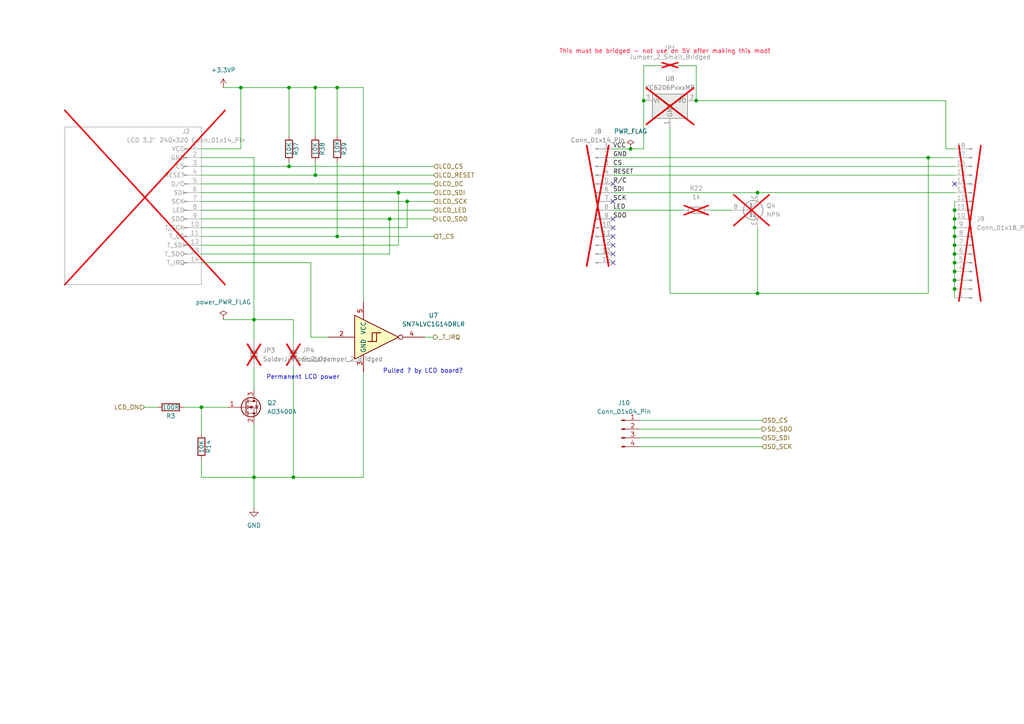
<source format=kicad_sch>
(kicad_sch (version 20250114) (generator "eeschema") (generator_version "9.0")
  (paper "A4")
  (title_block (title "l8"))
  (lib_symbols
    (symbol "74xGxx:SN74LVC1G14DRL"
      (property "Reference" "U" (at 0 3.81 0))
      (property "Value" "SN74LVC1G14DRL" (at 0 -3.81 0))
      (symbol "SN74LVC1G14DRL_0_1"
        (polyline (pts (xy -7.62 6.35) (xy -7.62 -6.35) (xy 5.08 0) (xy -7.62 6.35)) (stroke (width 0.254)) (fill (type background)))
      )
      (symbol "SN74LVC1G14DRL_1_1"
        (polyline (pts (xy -3.81 -1.27) (xy -1.27 -1.27) (xy -1.27 1.27)) (stroke (width 0.254)))
        (polyline (pts (xy -2.54 -1.27) (xy -2.54 1.27) (xy 0 1.27)) (stroke (width 0.254)))
        (pin input line (at -15.24 0 0) (length 7.62) (name "~") (number "2"))
        (pin no_connect line (at -7.62 5.08 180) (length 5.08) (hide yes) (name "NC") (number "1"))
        (pin power_in line (at -5.08 10.16 270) (length 5.08) (name "VCC") (number "5"))
        (pin power_in line (at -5.08 -10.16 90) (length 5.08) (name "GND") (number "3"))
        (pin output inverted (at 12.7 0 180) (length 7.62) (name "~") (number "4"))
      )
    )
    (symbol "Connector:Conn_01x04_Pin" (pin_names (offset 1.016) (hide yes))
      (property "Reference" "J" (at 0 5.08 0))
      (property "Value" "Conn_01x04_Pin" (at 0 -7.62 0))
      (symbol "Conn_01x04_Pin_1_1"
        (rectangle (start 0.8636 2.667) (end 0 2.413) (stroke (width 0.1524)) (fill (type outline)))
        (rectangle (start 0.8636 0.127) (end 0 -0.127) (stroke (width 0.1524)) (fill (type outline)))
        (rectangle (start 0.8636 -2.413) (end 0 -2.667) (stroke (width 0.1524)) (fill (type outline)))
        (rectangle (start 0.8636 -4.953) (end 0 -5.207) (stroke (width 0.1524)) (fill (type outline)))
        (polyline (pts (xy 1.27 2.54) (xy 0.8636 2.54)) (stroke (width 0.1524)))
        (polyline (pts (xy 1.27 0) (xy 0.8636 0)) (stroke (width 0.1524)))
        (polyline (pts (xy 1.27 -2.54) (xy 0.8636 -2.54)) (stroke (width 0.1524)))
        (polyline (pts (xy 1.27 -5.08) (xy 0.8636 -5.08)) (stroke (width 0.1524)))
        (pin passive line (at 5.08 2.54 180) (length 3.81) (name "Pin_1") (number "1"))
        (pin passive line (at 5.08 0 180) (length 3.81) (name "Pin_2") (number "2"))
        (pin passive line (at 5.08 -2.54 180) (length 3.81) (name "Pin_3") (number "3"))
        (pin passive line (at 5.08 -5.08 180) (length 3.81) (name "Pin_4") (number "4"))
      )
    )
    (symbol "Connector:Conn_01x14_Pin" (pin_names (offset 1.016) (hide yes))
      (property "Reference" "J" (at 0 17.78 0))
      (property "Value" "Conn_01x14_Pin" (at 0 -20.32 0))
      (symbol "Conn_01x14_Pin_1_1"
        (rectangle (start 0.8636 15.367) (end 0 15.113) (stroke (width 0.1524)) (fill (type outline)))
        (rectangle (start 0.8636 12.827) (end 0 12.573) (stroke (width 0.1524)) (fill (type outline)))
        (rectangle (start 0.8636 10.287) (end 0 10.033) (stroke (width 0.1524)) (fill (type outline)))
        (rectangle (start 0.8636 7.747) (end 0 7.493) (stroke (width 0.1524)) (fill (type outline)))
        (rectangle (start 0.8636 5.207) (end 0 4.953) (stroke (width 0.1524)) (fill (type outline)))
        (rectangle (start 0.8636 2.667) (end 0 2.413) (stroke (width 0.1524)) (fill (type outline)))
        (rectangle (start 0.8636 0.127) (end 0 -0.127) (stroke (width 0.1524)) (fill (type outline)))
        (rectangle (start 0.8636 -2.413) (end 0 -2.667) (stroke (width 0.1524)) (fill (type outline)))
        (rectangle (start 0.8636 -4.953) (end 0 -5.207) (stroke (width 0.1524)) (fill (type outline)))
        (rectangle (start 0.8636 -7.493) (end 0 -7.747) (stroke (width 0.1524)) (fill (type outline)))
        (rectangle (start 0.8636 -10.033) (end 0 -10.287) (stroke (width 0.1524)) (fill (type outline)))
        (rectangle (start 0.8636 -12.573) (end 0 -12.827) (stroke (width 0.1524)) (fill (type outline)))
        (rectangle (start 0.8636 -15.113) (end 0 -15.367) (stroke (width 0.1524)) (fill (type outline)))
        (rectangle (start 0.8636 -17.653) (end 0 -17.907) (stroke (width 0.1524)) (fill (type outline)))
        (polyline (pts (xy 1.27 15.24) (xy 0.8636 15.24)) (stroke (width 0.1524)))
        (polyline (pts (xy 1.27 12.7) (xy 0.8636 12.7)) (stroke (width 0.1524)))
        (polyline (pts (xy 1.27 10.16) (xy 0.8636 10.16)) (stroke (width 0.1524)))
        (polyline (pts (xy 1.27 7.62) (xy 0.8636 7.62)) (stroke (width 0.1524)))
        (polyline (pts (xy 1.27 5.08) (xy 0.8636 5.08)) (stroke (width 0.1524)))
        (polyline (pts (xy 1.27 2.54) (xy 0.8636 2.54)) (stroke (width 0.1524)))
        (polyline (pts (xy 1.27 0) (xy 0.8636 0)) (stroke (width 0.1524)))
        (polyline (pts (xy 1.27 -2.54) (xy 0.8636 -2.54)) (stroke (width 0.1524)))
        (polyline (pts (xy 1.27 -5.08) (xy 0.8636 -5.08)) (stroke (width 0.1524)))
        (polyline (pts (xy 1.27 -7.62) (xy 0.8636 -7.62)) (stroke (width 0.1524)))
        (polyline (pts (xy 1.27 -10.16) (xy 0.8636 -10.16)) (stroke (width 0.1524)))
        (polyline (pts (xy 1.27 -12.7) (xy 0.8636 -12.7)) (stroke (width 0.1524)))
        (polyline (pts (xy 1.27 -15.24) (xy 0.8636 -15.24)) (stroke (width 0.1524)))
        (polyline (pts (xy 1.27 -17.78) (xy 0.8636 -17.78)) (stroke (width 0.1524)))
        (pin passive line (at 5.08 15.24 180) (length 3.81) (name "Pin_1") (number "1"))
        (pin passive line (at 5.08 12.7 180) (length 3.81) (name "Pin_2") (number "2"))
        (pin passive line (at 5.08 10.16 180) (length 3.81) (name "Pin_3") (number "3"))
        (pin passive line (at 5.08 7.62 180) (length 3.81) (name "Pin_4") (number "4"))
        (pin passive line (at 5.08 5.08 180) (length 3.81) (name "Pin_5") (number "5"))
        (pin passive line (at 5.08 2.54 180) (length 3.81) (name "Pin_6") (number "6"))
        (pin passive line (at 5.08 0 180) (length 3.81) (name "Pin_7") (number "7"))
        (pin passive line (at 5.08 -2.54 180) (length 3.81) (name "Pin_8") (number "8"))
        (pin passive line (at 5.08 -5.08 180) (length 3.81) (name "Pin_9") (number "9"))
        (pin passive line (at 5.08 -7.62 180) (length 3.81) (name "Pin_10") (number "10"))
        (pin passive line (at 5.08 -10.16 180) (length 3.81) (name "Pin_11") (number "11"))
        (pin passive line (at 5.08 -12.7 180) (length 3.81) (name "Pin_12") (number "12"))
        (pin passive line (at 5.08 -15.24 180) (length 3.81) (name "Pin_13") (number "13"))
        (pin passive line (at 5.08 -17.78 180) (length 3.81) (name "Pin_14") (number "14"))
      )
    )
    (symbol "Connector:Conn_01x18_Pin" (pin_names (offset 1.016) (hide yes))
      (property "Reference" "J" (at 0 22.86 0))
      (property "Value" "Conn_01x18_Pin" (at 0 -25.4 0))
      (symbol "Conn_01x18_Pin_1_1"
        (rectangle (start 0.8636 20.447) (end 0 20.193) (stroke (width 0.1524)) (fill (type outline)))
        (rectangle (start 0.8636 17.907) (end 0 17.653) (stroke (width 0.1524)) (fill (type outline)))
        (rectangle (start 0.8636 15.367) (end 0 15.113) (stroke (width 0.1524)) (fill (type outline)))
        (rectangle (start 0.8636 12.827) (end 0 12.573) (stroke (width 0.1524)) (fill (type outline)))
        (rectangle (start 0.8636 10.287) (end 0 10.033) (stroke (width 0.1524)) (fill (type outline)))
        (rectangle (start 0.8636 7.747) (end 0 7.493) (stroke (width 0.1524)) (fill (type outline)))
        (rectangle (start 0.8636 5.207) (end 0 4.953) (stroke (width 0.1524)) (fill (type outline)))
        (rectangle (start 0.8636 2.667) (end 0 2.413) (stroke (width 0.1524)) (fill (type outline)))
        (rectangle (start 0.8636 0.127) (end 0 -0.127) (stroke (width 0.1524)) (fill (type outline)))
        (rectangle (start 0.8636 -2.413) (end 0 -2.667) (stroke (width 0.1524)) (fill (type outline)))
        (rectangle (start 0.8636 -4.953) (end 0 -5.207) (stroke (width 0.1524)) (fill (type outline)))
        (rectangle (start 0.8636 -7.493) (end 0 -7.747) (stroke (width 0.1524)) (fill (type outline)))
        (rectangle (start 0.8636 -10.033) (end 0 -10.287) (stroke (width 0.1524)) (fill (type outline)))
        (rectangle (start 0.8636 -12.573) (end 0 -12.827) (stroke (width 0.1524)) (fill (type outline)))
        (rectangle (start 0.8636 -15.113) (end 0 -15.367) (stroke (width 0.1524)) (fill (type outline)))
        (rectangle (start 0.8636 -17.653) (end 0 -17.907) (stroke (width 0.1524)) (fill (type outline)))
        (rectangle (start 0.8636 -20.193) (end 0 -20.447) (stroke (width 0.1524)) (fill (type outline)))
        (rectangle (start 0.8636 -22.733) (end 0 -22.987) (stroke (width 0.1524)) (fill (type outline)))
        (polyline (pts (xy 1.27 20.32) (xy 0.8636 20.32)) (stroke (width 0.1524)))
        (polyline (pts (xy 1.27 17.78) (xy 0.8636 17.78)) (stroke (width 0.1524)))
        (polyline (pts (xy 1.27 15.24) (xy 0.8636 15.24)) (stroke (width 0.1524)))
        (polyline (pts (xy 1.27 12.7) (xy 0.8636 12.7)) (stroke (width 0.1524)))
        (polyline (pts (xy 1.27 10.16) (xy 0.8636 10.16)) (stroke (width 0.1524)))
        (polyline (pts (xy 1.27 7.62) (xy 0.8636 7.62)) (stroke (width 0.1524)))
        (polyline (pts (xy 1.27 5.08) (xy 0.8636 5.08)) (stroke (width 0.1524)))
        (polyline (pts (xy 1.27 2.54) (xy 0.8636 2.54)) (stroke (width 0.1524)))
        (polyline (pts (xy 1.27 0) (xy 0.8636 0)) (stroke (width 0.1524)))
        (polyline (pts (xy 1.27 -2.54) (xy 0.8636 -2.54)) (stroke (width 0.1524)))
        (polyline (pts (xy 1.27 -5.08) (xy 0.8636 -5.08)) (stroke (width 0.1524)))
        (polyline (pts (xy 1.27 -7.62) (xy 0.8636 -7.62)) (stroke (width 0.1524)))
        (polyline (pts (xy 1.27 -10.16) (xy 0.8636 -10.16)) (stroke (width 0.1524)))
        (polyline (pts (xy 1.27 -12.7) (xy 0.8636 -12.7)) (stroke (width 0.1524)))
        (polyline (pts (xy 1.27 -15.24) (xy 0.8636 -15.24)) (stroke (width 0.1524)))
        (polyline (pts (xy 1.27 -17.78) (xy 0.8636 -17.78)) (stroke (width 0.1524)))
        (polyline (pts (xy 1.27 -20.32) (xy 0.8636 -20.32)) (stroke (width 0.1524)))
        (polyline (pts (xy 1.27 -22.86) (xy 0.8636 -22.86)) (stroke (width 0.1524)))
        (pin passive line (at 5.08 20.32 180) (length 3.81) (name "Pin_1") (number "1"))
        (pin passive line (at 5.08 17.78 180) (length 3.81) (name "Pin_2") (number "2"))
        (pin passive line (at 5.08 15.24 180) (length 3.81) (name "Pin_3") (number "3"))
        (pin passive line (at 5.08 12.7 180) (length 3.81) (name "Pin_4") (number "4"))
        (pin passive line (at 5.08 10.16 180) (length 3.81) (name "Pin_5") (number "5"))
        (pin passive line (at 5.08 7.62 180) (length 3.81) (name "Pin_6") (number "6"))
        (pin passive line (at 5.08 5.08 180) (length 3.81) (name "Pin_7") (number "7"))
        (pin passive line (at 5.08 2.54 180) (length 3.81) (name "Pin_8") (number "8"))
        (pin passive line (at 5.08 0 180) (length 3.81) (name "Pin_9") (number "9"))
        (pin passive line (at 5.08 -2.54 180) (length 3.81) (name "Pin_10") (number "10"))
        (pin passive line (at 5.08 -5.08 180) (length 3.81) (name "Pin_11") (number "11"))
        (pin passive line (at 5.08 -7.62 180) (length 3.81) (name "Pin_12") (number "12"))
        (pin passive line (at 5.08 -10.16 180) (length 3.81) (name "Pin_13") (number "13"))
        (pin passive line (at 5.08 -12.7 180) (length 3.81) (name "Pin_14") (number "14"))
        (pin passive line (at 5.08 -15.24 180) (length 3.81) (name "Pin_15") (number "15"))
        (pin passive line (at 5.08 -17.78 180) (length 3.81) (name "Pin_16") (number "16"))
        (pin passive line (at 5.08 -20.32 180) (length 3.81) (name "Pin_17") (number "17"))
        (pin passive line (at 5.08 -22.86 180) (length 3.81) (name "Pin_18") (number "18"))
      )
    )
    (symbol "Device:R" (pin_numbers (hide yes)) (pin_names (offset 0))
      (property "Reference" "R" (at 2.032 0 90))
      (property "Value" "R" (at 0 0 90))
      (symbol "R_0_1"
        (rectangle (start -1.016 -2.54) (end 1.016 2.54) (stroke (width 0.254)))
      )
      (symbol "R_1_1"
        (pin passive line (at 0 3.81 270) (length 1.27) (name "~") (number "1"))
        (pin passive line (at 0 -3.81 90) (length 1.27) (name "~") (number "2"))
      )
    )
    (symbol "Jumper:Jumper_2_Small_Bridged" (pin_numbers (hide yes)) (pin_names (offset 0) (hide yes)) (exclude_from_sim yes)
      (property "Reference" "JP" (at 0 2.032 0))
      (property "Value" "Jumper_2_Small_Bridged" (at 0 -2.286 0))
      (symbol "Jumper_2_Small_Bridged_0_0"
        (circle (center -1.016 0) (radius 0.254))
        (circle (center 1.016 0) (radius 0.254))
      )
      (symbol "Jumper_2_Small_Bridged_0_1"
        (arc (start -0.762 0.254) (mid 0 0.5696) (end 0.762 0.254))
      )
      (symbol "Jumper_2_Small_Bridged_1_1"
        (pin passive line (at -2.54 0 0) (length 1.27) (name "A") (number "1"))
        (pin passive line (at 2.54 0 180) (length 1.27) (name "B") (number "2"))
      )
    )
    (symbol "Jumper:SolderJumper_2_Bridged" (pin_numbers (hide yes)) (pin_names (offset 0) (hide yes)) (exclude_from_sim yes) (in_bom no)
      (property "Reference" "JP" (at 0 2.032 0))
      (property "Value" "SolderJumper_2_Bridged" (at 0 -2.54 0))
      (symbol "SolderJumper_2_Bridged_0_1"
        (rectangle (start -0.508 0.508) (end 0.508 -0.508) (fill (type outline)))
        (polyline (pts (xy -0.254 1.016) (xy -0.254 -1.016)))
        (arc (start -0.254 -1.016) (mid -1.2656 0) (end -0.254 1.016))
        (arc (start -0.254 -1.016) (mid -1.2656 0) (end -0.254 1.016) (fill (type outline)))
        (arc (start 0.254 1.016) (mid 1.2656 0) (end 0.254 -1.016))
        (arc (start 0.254 1.016) (mid 1.2656 0) (end 0.254 -1.016) (fill (type outline)))
        (polyline (pts (xy 0.254 1.016) (xy 0.254 -1.016)))
      )
      (symbol "SolderJumper_2_Bridged_1_1"
        (pin passive line (at -3.81 0 0) (length 2.54) (name "A") (number "1"))
        (pin passive line (at 3.81 0 180) (length 2.54) (name "B") (number "2"))
      )
    )
    (symbol "Jumper:SolderJumper_2_Open" (pin_numbers (hide yes)) (pin_names (offset 0) (hide yes)) (exclude_from_sim yes) (in_bom no)
      (property "Reference" "JP" (at 0 2.032 0))
      (property "Value" "SolderJumper_2_Open" (at 0 -2.54 0))
      (symbol "SolderJumper_2_Open_0_1"
        (polyline (pts (xy -0.254 1.016) (xy -0.254 -1.016)))
        (arc (start -0.254 -1.016) (mid -1.2656 0) (end -0.254 1.016))
        (arc (start -0.254 -1.016) (mid -1.2656 0) (end -0.254 1.016) (fill (type outline)))
        (arc (start 0.254 1.016) (mid 1.2656 0) (end 0.254 -1.016))
        (arc (start 0.254 1.016) (mid 1.2656 0) (end 0.254 -1.016) (fill (type outline)))
        (polyline (pts (xy 0.254 1.016) (xy 0.254 -1.016)))
      )
      (symbol "SolderJumper_2_Open_1_1"
        (pin passive line (at -3.81 0 0) (length 2.54) (name "A") (number "1"))
        (pin passive line (at 3.81 0 180) (length 2.54) (name "B") (number "2"))
      )
    )
    (symbol "PCM_SL_Resistors:1k"
      (property "Reference" "R" (at 0 5.08 0))
      (property "Value" "1k" (at 0 2.54 0))
      (symbol "1k_0_1"
        (rectangle (start -2.286 0.889) (end 2.286 -0.889) (stroke (width 0.24)))
      )
      (symbol "1k_1_1"
        (pin passive line (at -3.81 0 0) (length 1.5) (name "") (number "1"))
        (pin passive line (at 3.81 0 180) (length 1.5) (name "~") (number "2"))
      )
    )
    (symbol "Regulator_Linear:XC6206PxxxMR" (pin_names (offset 0.254))
      (property "Reference" "U" (at -3.81 3.175 0))
      (property "Value" "XC6206PxxxMR" (at 0 3.175 0))
      (symbol "XC6206PxxxMR_0_1"
        (rectangle (start -5.08 1.905) (end 5.08 -5.08) (stroke (width 0.254)) (fill (type background)))
      )
      (symbol "XC6206PxxxMR_1_1"
        (pin power_in line (at -7.62 0 0) (length 2.54) (name "VI") (number "3"))
        (pin power_in line (at 0 -7.62 90) (length 2.54) (name "GND") (number "1"))
        (pin power_out line (at 7.62 0 180) (length 2.54) (name "VO") (number "2"))
      )
    )
    (symbol "Simulation_SPICE:NPN" (pin_numbers (hide yes)) (pin_names (offset 0))
      (property "Reference" "Q" (at -2.54 7.62 0))
      (property "Value" "NPN" (at -2.54 5.08 0))
      (symbol "NPN_0_1"
        (polyline (pts (xy -2.54 0) (xy 0.635 0)) (stroke (width 0.1524)))
        (polyline (pts (xy 0.635 1.905) (xy 0.635 -1.905) (xy 0.635 -1.905)) (stroke (width 0.508)))
        (polyline (pts (xy 0.635 0.635) (xy 2.54 2.54)))
        (polyline (pts (xy 0.635 -0.635) (xy 2.54 -2.54) (xy 2.54 -2.54)))
        (circle (center 1.27 0) (radius 2.8194) (stroke (width 0.254)))
        (polyline (pts (xy 1.27 -1.778) (xy 1.778 -1.27) (xy 2.286 -2.286) (xy 1.27 -1.778) (xy 1.27 -1.778)) (fill (type outline)))
        (polyline (pts (xy 2.794 -1.27) (xy 2.794 -1.27)) (stroke (width 0.1524)))
        (polyline (pts (xy 2.794 -1.27) (xy 2.794 -1.27)) (stroke (width 0.1524)))
      )
      (symbol "NPN_1_1"
        (pin input line (at -5.08 0 0) (length 2.54) (name "B") (number "2"))
        (pin open_collector line (at 2.54 5.08 270) (length 2.54) (name "C") (number "1"))
        (pin open_emitter line (at 2.54 -5.08 90) (length 2.54) (name "E") (number "3"))
      )
    )
    (symbol "dnt:AO3400A" (pin_names (hide yes))
      (property "Reference" "Q" (at 5.08 1.905 0))
      (property "Value" "AO3400A" (at 5.08 0 0))
      (symbol "AO3400A_0_1"
        (polyline (pts (xy 0.254 1.905) (xy 0.254 -1.905)) (stroke (width 0.254)))
        (polyline (pts (xy 0.254 0) (xy -2.54 0)))
        (polyline (pts (xy 0.762 2.286) (xy 0.762 1.27)) (stroke (width 0.254)))
        (polyline (pts (xy 0.762 0.508) (xy 0.762 -0.508)) (stroke (width 0.254)))
        (polyline (pts (xy 0.762 -1.27) (xy 0.762 -2.286)) (stroke (width 0.254)))
        (polyline (pts (xy 0.762 -1.778) (xy 3.302 -1.778) (xy 3.302 1.778) (xy 0.762 1.778)))
        (polyline (pts (xy 1.016 0) (xy 2.032 0.381) (xy 2.032 -0.381) (xy 1.016 0)) (fill (type outline)))
        (circle (center 1.651 0) (radius 2.794) (stroke (width 0.254)))
        (polyline (pts (xy 2.54 2.54) (xy 2.54 1.778)))
        (circle (center 2.54 1.778) (radius 0.254) (fill (type outline)))
        (circle (center 2.54 -1.778) (radius 0.254) (fill (type outline)))
        (polyline (pts (xy 2.54 -2.54) (xy 2.54 0) (xy 0.762 0)))
        (polyline (pts (xy 2.794 0.508) (xy 2.921 0.381) (xy 3.683 0.381) (xy 3.81 0.254)))
        (polyline (pts (xy 3.302 0.381) (xy 2.921 -0.254) (xy 3.683 -0.254) (xy 3.302 0.381)))
      )
      (symbol "AO3400A_1_1"
        (pin input line (at -5.08 0 0) (length 2.54) (name "G") (number "1"))
        (pin passive line (at 2.54 5.08 270) (length 2.54) (name "D") (number "3"))
        (pin passive line (at 2.54 -5.08 90) (length 2.54) (name "S") (number "2"))
      )
    )
    (symbol "dnt:LCD 3.2{dblquote} 240x320 Conn_01x14_Pin" (pin_names (offset 1.016))
      (property "Reference" "J" (at 0 17.78 0))
      (property "Value" "LCD 3.2\" 240x320 Conn_01x14_Pin" (at -14.224 -21.082 0))
      (symbol "LCD 3.2{dblquote} 240x320 Conn_01x14_Pin_0_1"
        (rectangle (start -34.544 21.59) (end 5.08 -24.13))
        (rectangle (start 11.938 26.416) (end 11.938 26.416))
        (rectangle (start 11.938 26.416) (end 11.938 26.416))
      )
      (symbol "LCD 3.2{dblquote} 240x320 Conn_01x14_Pin_1_1"
        (rectangle (start 0.8636 15.367) (end 0 15.113) (stroke (width 0.1524)) (fill (type outline)))
        (rectangle (start 0.8636 12.827) (end 0 12.573) (stroke (width 0.1524)) (fill (type outline)))
        (rectangle (start 0.8636 10.287) (end 0 10.033) (stroke (width 0.1524)) (fill (type outline)))
        (rectangle (start 0.8636 7.747) (end 0 7.493) (stroke (width 0.1524)) (fill (type outline)))
        (rectangle (start 0.8636 5.207) (end 0 4.953) (stroke (width 0.1524)) (fill (type outline)))
        (rectangle (start 0.8636 2.667) (end 0 2.413) (stroke (width 0.1524)) (fill (type outline)))
        (rectangle (start 0.8636 0.127) (end 0 -0.127) (stroke (width 0.1524)) (fill (type outline)))
        (rectangle (start 0.8636 -2.413) (end 0 -2.667) (stroke (width 0.1524)) (fill (type outline)))
        (rectangle (start 0.8636 -4.953) (end 0 -5.207) (stroke (width 0.1524)) (fill (type outline)))
        (rectangle (start 0.8636 -7.493) (end 0 -7.747) (stroke (width 0.1524)) (fill (type outline)))
        (rectangle (start 0.8636 -10.033) (end 0 -10.287) (stroke (width 0.1524)) (fill (type outline)))
        (rectangle (start 0.8636 -12.573) (end 0 -12.827) (stroke (width 0.1524)) (fill (type outline)))
        (rectangle (start 0.8636 -15.113) (end 0 -15.367) (stroke (width 0.1524)) (fill (type outline)))
        (rectangle (start 0.8636 -17.653) (end 0 -17.907) (stroke (width 0.1524)) (fill (type outline)))
        (polyline (pts (xy 1.27 15.24) (xy 0.8636 15.24)) (stroke (width 0.1524)))
        (polyline (pts (xy 1.27 12.7) (xy 0.8636 12.7)) (stroke (width 0.1524)))
        (polyline (pts (xy 1.27 10.16) (xy 0.8636 10.16)) (stroke (width 0.1524)))
        (polyline (pts (xy 1.27 7.62) (xy 0.8636 7.62)) (stroke (width 0.1524)))
        (polyline (pts (xy 1.27 5.08) (xy 0.8636 5.08)) (stroke (width 0.1524)))
        (polyline (pts (xy 1.27 2.54) (xy 0.8636 2.54)) (stroke (width 0.1524)))
        (polyline (pts (xy 1.27 0) (xy 0.8636 0)) (stroke (width 0.1524)))
        (polyline (pts (xy 1.27 -2.54) (xy 0.8636 -2.54)) (stroke (width 0.1524)))
        (polyline (pts (xy 1.27 -5.08) (xy 0.8636 -5.08)) (stroke (width 0.1524)))
        (polyline (pts (xy 1.27 -7.62) (xy 0.8636 -7.62)) (stroke (width 0.1524)))
        (polyline (pts (xy 1.27 -10.16) (xy 0.8636 -10.16)) (stroke (width 0.1524)))
        (polyline (pts (xy 1.27 -12.7) (xy 0.8636 -12.7)) (stroke (width 0.1524)))
        (polyline (pts (xy 1.27 -15.24) (xy 0.8636 -15.24)) (stroke (width 0.1524)))
        (polyline (pts (xy 1.27 -17.78) (xy 0.8636 -17.78)) (stroke (width 0.1524)))
        (pin power_in line (at 5.08 15.24 180) (length 3.81) (name "VCC") (number "1"))
        (pin power_in line (at 5.08 12.7 180) (length 3.81) (name "GND") (number "2"))
        (pin input line (at 5.08 10.16 180) (length 3.81) (name "CS") (number "3"))
        (pin input line (at 5.08 7.62 180) (length 3.81) (name "RESET") (number "4"))
        (pin input line (at 5.08 5.08 180) (length 3.81) (name "D/C") (number "5"))
        (pin input line (at 5.08 2.54 180) (length 3.81) (name "SDI") (number "6"))
        (pin input line (at 5.08 0 180) (length 3.81) (name "SCK") (number "7"))
        (pin input line (at 5.08 -2.54 180) (length 3.81) (name "LED") (number "8"))
        (pin tri_state line (at 5.08 -5.08 180) (length 3.81) (name "SDO") (number "9"))
        (pin input line (at 5.08 -7.62 180) (length 3.81) (name "T_SCK") (number "10"))
        (pin input line (at 5.08 -10.16 180) (length 3.81) (name "T_CS") (number "11"))
        (pin input line (at 5.08 -12.7 180) (length 3.81) (name "T_SDI") (number "12"))
        (pin tri_state line (at 5.08 -15.24 180) (length 3.81) (name "T_SDO") (number "13"))
        (pin output line (at 5.08 -17.78 180) (length 3.81) (name "T_IRQ") (number "14"))
      )
    )
    (symbol "power:+3.3VP" (power) (pin_numbers (hide yes)) (pin_names (offset 0) (hide yes))
      (property "Value" "+3.3VP" (at 0 3.556 0))
      (symbol "+3.3VP_0_0"
        (pin power_in line (at 0 0 90) (length 0) (name "~") (number "1"))
      )
      (symbol "+3.3VP_0_1"
        (polyline (pts (xy -0.762 1.27) (xy 0 2.54)))
        (polyline (pts (xy 0 2.54) (xy 0.762 1.27)))
        (polyline (pts (xy 0 0) (xy 0 2.54)))
      )
    )
    (symbol "power:GND" (power) (pin_numbers (hide yes)) (pin_names (offset 0) (hide yes))
      (property "Value" "GND" (at 0 -3.81 0))
      (symbol "GND_0_1"
        (polyline (pts (xy 0 0) (xy 0 -1.27) (xy 1.27 -1.27) (xy 0 -2.54) (xy -1.27 -1.27) (xy 0 -1.27)))
      )
      (symbol "GND_1_1"
        (pin power_in line (at 0 0 270) (length 0) (name "~") (number "1"))
      )
    )
    (symbol "power:PWR_FLAG" (power) (pin_numbers (hide yes)) (pin_names (offset 0) (hide yes))
      (property "Value" "PWR_FLAG" (at 0 3.81 0))
      (symbol "PWR_FLAG_0_0"
        (pin power_out line (at 0 0 90) (length 0) (name "~") (number "1"))
      )
      (symbol "PWR_FLAG_0_1"
        (polyline (pts (xy 0 0) (xy 0 1.27) (xy -1.016 1.905) (xy 0 2.54) (xy 1.016 1.905) (xy 0 1.27)))
      )
    )
  )
  (text "Pulled ? by LCD board?" (at 122.682 107.696 0) (effects (font (size 1.27 1.27))))
  (text "Permanent LCD power" (at 87.884 109.474 0) (effects (font (size 1.27 1.27))))
  (text "This must be bridged - not use on 5V after making this mod!" (at 192.786 14.986 0) (effects (font (size 1.27 1.27))))
  (text_box "possible CTP wil be i2c - provide provision\n\n1.3.3V\n2 GND \n3 Chip select - PB1\n4 Reset - PB10\n\nconnect 2mm from top edge centered \n\nDimensions \n  width 55.5mm 89.5 \n  holes 3.3 mm D  \n  		83.5mm  x 49.0mm\n        x3.25 and 52.25 mm\n		y (89.5 /2) - (83.5 /2) = 3 \n\n89.5\n" (at 313.69 27.94 0) (size 105.41 111.76) (margins 0.9525 0.9525 0.9525 0.9525) (effects (font (size 1.27 1.27)) (justify left top)))
  (junction (at 276.86 76.2))
  (junction (at 276.86 78.74))
  (junction (at 276.86 83.82))
  (junction (at 276.86 60.96))
  (junction (at 186.69 29.21))
  (junction (at 97.79 25.4))
  (junction (at 115.57 55.88))
  (junction (at 276.86 81.28))
  (junction (at 276.86 73.66))
  (junction (at 91.44 25.4))
  (junction (at 73.66 92.71))
  (junction (at 269.24 45.72))
  (junction (at 219.71 55.88))
  (junction (at 58.42 118.11))
  (junction (at 69.85 25.4))
  (junction (at 97.79 68.58))
  (junction (at 182.88 43.18))
  (junction (at 219.71 85.09))
  (junction (at 91.44 50.8))
  (junction (at 83.82 25.4))
  (junction (at 113.03 63.5))
  (junction (at 276.86 68.58))
  (junction (at 118.11 58.42))
  (junction (at 276.86 66.04))
  (junction (at 276.86 71.12))
  (junction (at 73.66 138.43))
  (junction (at 276.86 63.5))
  (junction (at 83.82 48.26))
  (junction (at 85.09 138.43))
  (junction (at 201.93 29.21))
  (no_connect (at 177.8 63.5))
  (no_connect (at 177.8 68.58))
  (no_connect (at 177.8 53.34))
  (no_connect (at 276.86 53.34))
  (no_connect (at 177.8 73.66))
  (no_connect (at 177.8 66.04))
  (no_connect (at 177.8 76.2))
  (no_connect (at 177.8 71.12))
  (no_connect (at 177.8 58.42))
  (wire (pts (xy 83.82 46.99) (xy 83.82 48.26)))
  (wire (pts (xy 58.42 58.42) (xy 118.11 58.42)))
  (wire (pts (xy 105.41 25.4) (xy 105.41 87.63)))
  (wire (pts (xy 186.69 29.21) (xy 186.69 43.18)))
  (wire (pts (xy 177.8 43.18) (xy 182.88 43.18)))
  (wire (pts (xy 185.42 129.54) (xy 220.98 129.54)))
  (wire (pts (xy 58.42 43.18) (xy 69.85 43.18)))
  (wire (pts (xy 177.8 50.8) (xy 276.86 50.8)))
  (wire (pts (xy 83.82 39.37) (xy 83.82 25.4)))
  (wire (pts (xy 219.71 55.88) (xy 276.86 55.88)))
  (wire (pts (xy 274.32 43.18) (xy 276.86 43.18)))
  (wire (pts (xy 85.09 138.43) (xy 105.41 138.43)))
  (wire (pts (xy 58.42 48.26) (xy 83.82 48.26)))
  (wire (pts (xy 83.82 25.4) (xy 91.44 25.4)))
  (wire (pts (xy 95.25 97.79) (xy 90.17 97.79)))
  (wire (pts (xy 276.86 58.42) (xy 276.86 60.96)))
  (wire (pts (xy 58.42 68.58) (xy 97.79 68.58)))
  (wire (pts (xy 276.86 76.2) (xy 276.86 78.74)))
  (wire (pts (xy 185.42 127) (xy 220.98 127)))
  (wire (pts (xy 58.42 55.88) (xy 115.57 55.88)))
  (wire (pts (xy 73.66 123.19) (xy 73.66 138.43)))
  (wire (pts (xy 177.8 55.88) (xy 219.71 55.88)))
  (wire (pts (xy 118.11 58.42) (xy 125.73 58.42)))
  (wire (pts (xy 276.86 78.74) (xy 276.86 81.28)))
  (wire (pts (xy 64.77 92.71) (xy 73.66 92.71)))
  (wire (pts (xy 83.82 48.26) (xy 125.73 48.26)))
  (wire (pts (xy 53.34 118.11) (xy 58.42 118.11)))
  (wire (pts (xy 194.31 85.09) (xy 219.71 85.09)))
  (wire (pts (xy 90.17 76.2) (xy 90.17 97.79)))
  (wire (pts (xy 73.66 92.71) (xy 73.66 99.06)))
  (wire (pts (xy 276.86 68.58) (xy 276.86 71.12)))
  (wire (pts (xy 85.09 92.71) (xy 85.09 99.06)))
  (wire (pts (xy 73.66 45.72) (xy 73.66 92.71)))
  (wire (pts (xy 118.11 66.04) (xy 118.11 58.42)))
  (wire (pts (xy 105.41 138.43) (xy 105.41 107.95)))
  (wire (pts (xy 91.44 46.99) (xy 91.44 50.8)))
  (wire (pts (xy 97.79 46.99) (xy 97.79 68.58)))
  (wire (pts (xy 58.42 63.5) (xy 113.03 63.5)))
  (wire (pts (xy 205.74 60.96) (xy 212.09 60.96)))
  (wire (pts (xy 73.66 147.32) (xy 73.66 138.43)))
  (wire (pts (xy 90.17 76.2) (xy 58.42 76.2)))
  (wire (pts (xy 177.8 45.72) (xy 269.24 45.72)))
  (wire (pts (xy 185.42 124.46) (xy 220.98 124.46)))
  (wire (pts (xy 58.42 53.34) (xy 125.73 53.34)))
  (wire (pts (xy 269.24 45.72) (xy 276.86 45.72)))
  (wire (pts (xy 66.04 118.11) (xy 58.42 118.11)))
  (wire (pts (xy 58.42 71.12) (xy 115.57 71.12)))
  (wire (pts (xy 58.42 73.66) (xy 113.03 73.66)))
  (wire (pts (xy 276.86 83.82) (xy 276.86 86.36)))
  (wire (pts (xy 73.66 45.72) (xy 58.42 45.72)))
  (wire (pts (xy 196.85 19.05) (xy 201.93 19.05)))
  (wire (pts (xy 177.8 48.26) (xy 276.86 48.26)))
  (wire (pts (xy 201.93 29.21) (xy 274.32 29.21)))
  (wire (pts (xy 73.66 138.43) (xy 85.09 138.43)))
  (wire (pts (xy 58.42 118.11) (xy 58.42 125.73)))
  (wire (pts (xy 91.44 25.4) (xy 91.44 39.37)))
  (wire (pts (xy 276.86 71.12) (xy 276.86 73.66)))
  (wire (pts (xy 276.86 66.04) (xy 276.86 68.58)))
  (wire (pts (xy 69.85 25.4) (xy 69.85 43.18)))
  (wire (pts (xy 97.79 68.58) (xy 125.73 68.58)))
  (wire (pts (xy 276.86 63.5) (xy 276.86 66.04)))
  (wire (pts (xy 201.93 19.05) (xy 201.93 29.21)))
  (wire (pts (xy 58.42 60.96) (xy 125.73 60.96)))
  (wire (pts (xy 85.09 92.71) (xy 73.66 92.71)))
  (wire (pts (xy 85.09 106.68) (xy 85.09 138.43)))
  (wire (pts (xy 69.85 25.4) (xy 83.82 25.4)))
  (wire (pts (xy 186.69 19.05) (xy 186.69 29.21)))
  (wire (pts (xy 276.86 81.28) (xy 276.86 83.82)))
  (wire (pts (xy 115.57 55.88) (xy 115.57 71.12)))
  (wire (pts (xy 58.42 50.8) (xy 91.44 50.8)))
  (wire (pts (xy 58.42 138.43) (xy 58.42 133.35)))
  (wire (pts (xy 219.71 66.04) (xy 219.71 85.09)))
  (wire (pts (xy 219.71 85.09) (xy 269.24 85.09)))
  (wire (pts (xy 182.88 43.18) (xy 186.69 43.18)))
  (wire (pts (xy 113.03 63.5) (xy 113.03 73.66)))
  (wire (pts (xy 276.86 73.66) (xy 276.86 76.2)))
  (wire (pts (xy 64.77 25.4) (xy 69.85 25.4)))
  (wire (pts (xy 97.79 39.37) (xy 97.79 25.4)))
  (wire (pts (xy 97.79 25.4) (xy 91.44 25.4)))
  (wire (pts (xy 185.42 121.92) (xy 220.98 121.92)))
  (wire (pts (xy 91.44 50.8) (xy 125.73 50.8)))
  (wire (pts (xy 73.66 106.68) (xy 73.66 113.03)))
  (wire (pts (xy 274.32 29.21) (xy 274.32 43.18)))
  (wire (pts (xy 269.24 45.72) (xy 269.24 85.09)))
  (wire (pts (xy 97.79 25.4) (xy 105.41 25.4)))
  (wire (pts (xy 194.31 36.83) (xy 194.31 85.09)))
  (wire (pts (xy 276.86 60.96) (xy 276.86 63.5)))
  (wire (pts (xy 115.57 55.88) (xy 125.73 55.88)))
  (wire (pts (xy 191.77 19.05) (xy 186.69 19.05)))
  (wire (pts (xy 123.19 97.79) (xy 125.73 97.79)))
  (wire (pts (xy 41.91 118.11) (xy 45.72 118.11)))
  (wire (pts (xy 58.42 138.43) (xy 73.66 138.43)))
  (wire (pts (xy 177.8 60.96) (xy 198.12 60.96)))
  (wire (pts (xy 113.03 63.5) (xy 125.73 63.5)))
  (wire (pts (xy 58.42 66.04) (xy 118.11 66.04)))
  (label "SDI" (at 177.8 55.88 0))
  (label "SCK" (at 177.8 58.42 0))
  (label "GND" (at 177.8 45.72 0))
  (label "R{slash}C" (at 177.8 53.34 0))
  (label "RESET" (at 177.8 50.8 0))
  (label "SDO" (at 177.8 63.5 0))
  (label "LED" (at 177.8 60.96 0))
  (label "VCC" (at 177.8 43.18 0))
  (label "CS" (at 177.8 48.26 0))
  (hierarchical_label "LCD_SDI" (shape input) (at 125.73 55.88 0))
  (hierarchical_label "LCD_LED" (shape input) (at 125.73 60.96 0))
  (hierarchical_label "T_CS" (shape input) (at 125.73 68.58 0))
  (hierarchical_label "LCD_ON" (shape input) (at 41.91 118.11 180))
  (hierarchical_label "_T_IRQ" (shape output) (at 125.73 97.79 0))
  (hierarchical_label "LCD_DC" (shape input) (at 125.73 53.34 0))
  (hierarchical_label "LCD_SDO" (shape output) (at 125.73 63.5 0))
  (hierarchical_label "SD_SDI" (shape input) (at 220.98 127 0))
  (hierarchical_label "LCD_SCK" (shape input) (at 125.73 58.42 0))
  (hierarchical_label "SD_SDO" (shape output) (at 220.98 124.46 0))
  (hierarchical_label "LCD_RESET" (shape input) (at 125.73 50.8 0))
  (hierarchical_label "SD_SCK" (shape input) (at 220.98 129.54 0))
  (hierarchical_label "SD_CS" (shape input) (at 220.98 121.92 0))
  (hierarchical_label "LCD_CS" (shape input) (at 125.73 48.26 0))
  (symbol (lib_id "Connector:Conn_01x18_Pin") (at 281.94 66.04 180) (unit 1) (exclude_from_sim yes) (in_bom no) (on_board no) (dnp yes)
    (property "Reference" "J9" (at 283.21 63.4999 0) (effects (justify right)))
    (property "Value" "Conn_01x18_Pin" (at 283.21 66.0399 0) (effects (justify right)))
    (property "Footprint" "Connector_FFC-FPC:TE_1-84953-8_1x18-1MP_P1.0mm_Horizontal" (effects (hide yes)))
    (property "Description" "Generic connector, single row, 01x18, script generated" (effects (hide yes)))
  )
  (symbol (lib_id "power:GND") (at 73.66 147.32 0) (unit 1)
    (property "Reference" "#PWR029" (effects (hide yes)))
    (property "Value" "GND" (at 73.66 152.4 0))
    (property "Description" "Power symbol creates a global label with name \"GND\" , ground" (effects (hide yes)))
  )
  (symbol (lib_id "Connector:Conn_01x14_Pin") (at 172.72 58.42 0) (unit 1) (on_board no) (dnp yes)
    (property "Reference" "J8" (at 173.355 38.1 0))
    (property "Value" "Conn_01x14_Pin" (at 173.355 40.64 0))
    (property "Description" "Generic connector, single row, 01x14, script generated" (effects (hide yes)))
  )
  (symbol (lib_id "Device:R") (at 97.79 43.18 0) (mirror x) (unit 1)
    (property "Reference" "R39" (at 99.822 43.18 90))
    (property "Value" "10K" (at 97.79 42.672 90))
    (property "Footprint" "Resistor_SMD:R_0603_1608Metric" (effects (hide yes)))
    (property "Description" "Resistor" (effects (hide yes)))
    (property "LCSC" "C25804" (effects (hide yes)))
  )
  (symbol (lib_id "Regulator_Linear:XC6206PxxxMR") (at 194.31 29.21 0) (unit 1) (on_board no) (dnp yes)
    (property "Reference" "U8" (at 194.31 22.86 0))
    (property "Value" "XC6206PxxxMR" (at 194.31 25.4 0))
    (property "Footprint" "Package_TO_SOT_SMD:SOT-23-3" (effects (hide yes)))
    (property "Datasheet" "https://www.torexsemi.com/file/xc6206/XC6206.pdf" (effects (hide yes)))
    (property "Description" "Positive 60-250mA Low Dropout Regulator, Fixed Output, SOT-23" (effects (hide yes)))
  )
  (symbol (lib_id "Jumper:SolderJumper_2_Bridged") (at 85.09 102.87 90) (unit 1) (exclude_from_sim yes) (in_bom no) (dnp yes)
    (property "Reference" "JP4" (at 87.63 101.5999 90) (effects (justify right)))
    (property "Value" "SolderJumper_2_Bridged" (at 87.63 104.1399 90) (effects (justify right)))
    (property "Footprint" "Jumper:SolderJumper-2_P1.3mm_Open_TrianglePad1.0x1.5mm" (effects (hide yes)))
    (property "Description" "Solder Jumper, 2-pole, closed/bridged" (effects (hide yes)))
  )
  (symbol (lib_id "Device:R") (at 49.53 118.11 270) (unit 1)
    (property "Reference" "R3" (at 49.53 120.65 90))
    (property "Value" "100R" (at 49.53 118.11 90))
    (property "Footprint" "Resistor_SMD:R_0603_1608Metric" (effects (hide yes)))
    (property "Description" "Resistor" (effects (hide yes)))
    (property "LCSC" "C22775" (effects (hide yes)))
  )
  (symbol (lib_id "PCM_SL_Resistors:1k") (at 201.93 60.96 0) (unit 1) (on_board no) (dnp yes)
    (property "Reference" "R22" (at 201.93 54.61 0))
    (property "Value" "1k" (at 201.93 57.15 0))
    (property "Footprint" "Resistor_THT:R_Axial_DIN0207_L6.3mm_D2.5mm_P10.16mm_Horizontal" (effects (hide yes)))
    (property "Description" "1kΩ, 1/4W Resistor" (effects (hide yes)))
  )
  (symbol (lib_id "Device:R") (at 91.44 43.18 0) (mirror x) (unit 1)
    (property "Reference" "R38" (at 93.472 43.18 90))
    (property "Value" "10K" (at 91.44 43.18 90))
    (property "Footprint" "Resistor_SMD:R_0603_1608Metric" (effects (hide yes)))
    (property "Description" "Resistor" (effects (hide yes)))
    (property "LCSC" "C25804" (effects (hide yes)))
  )
  (symbol (lib_id "Jumper:Jumper_2_Small_Bridged") (at 194.31 19.05 0) (unit 1) (exclude_from_sim yes) (on_board no) (dnp yes)
    (property "Reference" "JP1" (at 194.31 13.97 0))
    (property "Value" "Jumper_2_Small_Bridged" (at 194.31 16.51 0))
    (property "Description" "Jumper, 2-pole, small symbol, bridged" (effects (hide yes)))
  )
  (symbol (lib_id "power:+3.3VP") (at 64.77 25.4 0) (unit 1)
    (property "Reference" "#PWR032" (effects (hide yes)))
    (property "Value" "+3.3VP" (at 64.77 20.32 0))
    (property "Description" "Power symbol creates a global label with name \"+3.3VP\"" (effects (hide yes)))
  )
  (symbol (lib_id "Device:R") (at 58.42 129.54 0) (mirror x) (unit 1)
    (property "Reference" "R14" (at 60.452 129.54 90))
    (property "Value" "10K" (at 58.42 129.54 90))
    (property "Footprint" "Resistor_SMD:R_0603_1608Metric" (effects (hide yes)))
    (property "Description" "Resistor" (effects (hide yes)))
    (property "LCSC" "C25804" (effects (hide yes)))
  )
  (symbol (lib_id "power:PWR_FLAG") (at 64.77 92.71 0) (unit 1)
    (property "Reference" "#FLG01" (effects (hide yes)))
    (property "Value" "power_PWR_FLAG" (at 64.77 87.63 0))
    (property "Description" "Special symbol for telling ERC where power comes from" (effects (hide yes)))
  )
  (symbol (lib_id "dnt:AO3400A") (at 71.12 118.11 0) (unit 1)
    (property "Reference" "Q2" (at 77.47 116.8399 0) (effects (justify left)))
    (property "Value" "AO3400A" (at 77.47 119.3799 0) (effects (justify left)))
    (property "Footprint" "Package_TO_SOT_SMD:SOT-23" (effects (hide yes)))
    (property "Datasheet" "http://www.aosmd.com/pdfs/datasheet/AO3400A.pdf" (effects (hide yes)))
    (property "Description" "30V Vds, 5.7A Id, N-Channel MOSFET, SOT-23" (effects (hide yes)))
  )
  (symbol (lib_id "dnt:LCD 3.2{dblquote} 240x320 Conn_01x14_Pin") (at 53.34 58.42 0) (unit 1) (in_bom no) (dnp yes)
    (property "Reference" "J2" (at 53.975 38.1 0))
    (property "Value" "LCD 3.2\" 240x320 Conn_01x14_Pin" (at 53.975 40.64 0))
    (property "Footprint" "Connector_PinSocket_2.54mm:PinSocket_1x14_P2.54mm_Vertical" (effects (hide yes)))
    (property "Description" "3.2' TFT SPI 240*320 V2.0" (effects (hide yes)))
  )
  (symbol (lib_id "Simulation_SPICE:NPN") (at 217.17 60.96 0) (unit 1) (on_board no) (dnp yes)
    (property "Reference" "Q4" (at 222.25 59.6899 0) (effects (justify left)))
    (property "Value" "NPN" (at 222.25 62.2299 0) (effects (justify left)))
    (property "Datasheet" "https://ngspice.sourceforge.io/docs/ngspice-html-manual/manual.xhtml#cha_BJTs" (effects (hide yes)))
    (property "Description" "Bipolar transistor symbol for simulation only, substrate tied to the emitter" (effects (hide yes)))
    (property "Sim.Device" "NPN" (effects (hide yes)))
    (property "Sim.Type" "GUMMELPOON" (effects (hide yes)))
    (property "Sim.Pins" "1=C 2=B 3=E" (effects (hide yes)))
  )
  (symbol (lib_id "Device:R") (at 83.82 43.18 0) (mirror x) (unit 1)
    (property "Reference" "R37" (at 85.852 43.18 90))
    (property "Value" "10K" (at 83.82 43.18 90))
    (property "Footprint" "Resistor_SMD:R_0603_1608Metric" (effects (hide yes)))
    (property "Description" "Resistor" (effects (hide yes)))
    (property "LCSC" "C25804" (effects (hide yes)))
  )
  (symbol (lib_id "74xGxx:SN74LVC1G14DRL") (at 110.49 97.79 0) (unit 1)
    (property "Reference" "U7" (at 125.73 91.4714 0))
    (property "Value" "SN74LVC1G14DRLR" (at 125.73 94.0114 0))
    (property "Footprint" "Package_TO_SOT_SMD:SOT-553" (effects (hide yes)))
    (property "Datasheet" "https://www.ti.com/lit/ds/symlink/sn74lvc1g14.pdf" (effects (hide yes)))
    (property "Description" "Single Schmitt NOT Gate, Low-Voltage CMOS, SOT-553" (effects (hide yes)))
    (property "LCSC" "C2877550" (effects (hide yes)))
    (property "Package" " SOT-553" (effects (hide yes)))
  )
  (symbol (lib_id "Jumper:SolderJumper_2_Open") (at 73.66 102.87 90) (unit 1) (exclude_from_sim yes) (in_bom no) (dnp yes)
    (property "Reference" "JP3" (at 76.2 101.5999 90) (effects (justify right)))
    (property "Value" "SolderJumper_2_Open" (at 76.2 104.1399 90) (effects (justify right)))
    (property "Footprint" "Jumper:SolderJumper-2_P1.3mm_Open_TrianglePad1.0x1.5mm" (effects (hide yes)))
    (property "Description" "Solder Jumper, 2-pole, open" (effects (hide yes)))
  )
  (symbol (lib_id "power:PWR_FLAG") (at 182.88 43.18 0) (unit 1)
    (property "Reference" "#FLG02" (effects (hide yes)))
    (property "Value" "PWR_FLAG" (at 182.88 38.1 0))
    (property "Description" "Special symbol for telling ERC where power comes from" (effects (hide yes)))
  )
  (symbol (lib_id "Connector:Conn_01x04_Pin") (at 180.34 124.46 0) (unit 1)
    (property "Reference" "J10" (at 180.975 116.84 0))
    (property "Value" "Conn_01x04_Pin" (at 180.975 119.38 0))
    (property "Footprint" "Connector_PinSocket_2.54mm:PinSocket_1x04_P2.54mm_Vertical" (effects (hide yes)))
    (property "Description" "Generic connector, single row, 01x04, script generated" (effects (hide yes)))
    (property "LCSC" "C7500773" (effects (hide yes)))
    (property "JLCPCB Rotation Offset" "90" (effects (hide yes)))
  )
)
</source>
